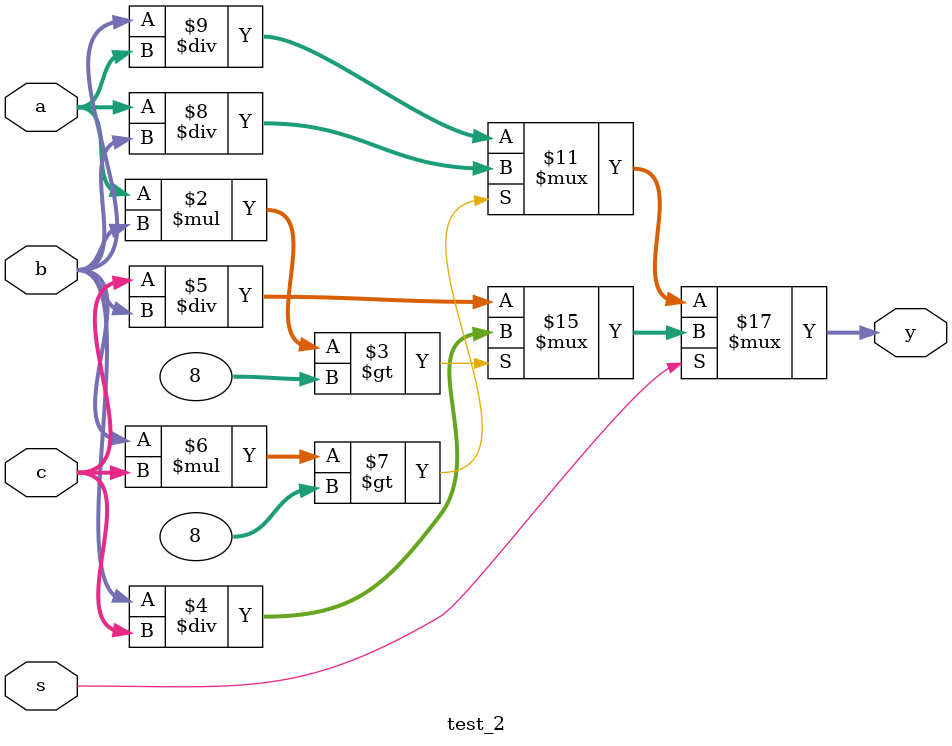
<source format=v>
module test_1(
	input [7:0] a, b, c,
	input s, x,
	output [7:0] y1, y2
);
	wire [7:0] t1, t2;
	assign t1 = s ? a*b : 0, t2 = !s ? b*c : 0;
	assign y1 = x ? t2 : t1, y2 = x ? t1 : t2;
endmodule


module test_2(
	input s,
	input [7:0] a, b, c,
	output reg [7:0] y
);
	always @* begin
		y <= 'bx;
		if (s) begin
			if (a * b > 8)
				y <= b / c;
			else
				y <= c / b;
		end else begin
			if (b * c > 8)
				y <= a / b;
			else
				y <= b / a;
		end
	end
endmodule


</source>
